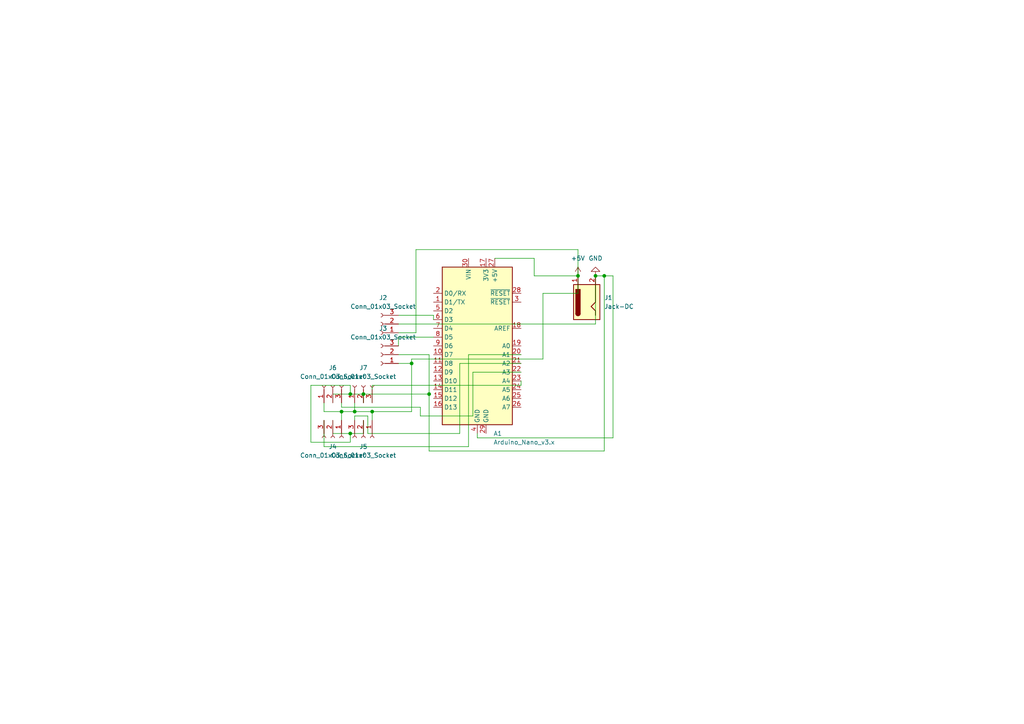
<source format=kicad_sch>
(kicad_sch
	(version 20250114)
	(generator "eeschema")
	(generator_version "9.0")
	(uuid "41f0e984-942b-4f5f-b99d-b48ea73a5c99")
	(paper "A4")
	(lib_symbols
		(symbol "Connector:Conn_01x03_Socket"
			(pin_names
				(offset 1.016)
				(hide yes)
			)
			(exclude_from_sim no)
			(in_bom yes)
			(on_board yes)
			(property "Reference" "J"
				(at 0 5.08 0)
				(effects
					(font
						(size 1.27 1.27)
					)
				)
			)
			(property "Value" "Conn_01x03_Socket"
				(at 0 -5.08 0)
				(effects
					(font
						(size 1.27 1.27)
					)
				)
			)
			(property "Footprint" ""
				(at 0 0 0)
				(effects
					(font
						(size 1.27 1.27)
					)
					(hide yes)
				)
			)
			(property "Datasheet" "~"
				(at 0 0 0)
				(effects
					(font
						(size 1.27 1.27)
					)
					(hide yes)
				)
			)
			(property "Description" "Generic connector, single row, 01x03, script generated"
				(at 0 0 0)
				(effects
					(font
						(size 1.27 1.27)
					)
					(hide yes)
				)
			)
			(property "ki_locked" ""
				(at 0 0 0)
				(effects
					(font
						(size 1.27 1.27)
					)
				)
			)
			(property "ki_keywords" "connector"
				(at 0 0 0)
				(effects
					(font
						(size 1.27 1.27)
					)
					(hide yes)
				)
			)
			(property "ki_fp_filters" "Connector*:*_1x??_*"
				(at 0 0 0)
				(effects
					(font
						(size 1.27 1.27)
					)
					(hide yes)
				)
			)
			(symbol "Conn_01x03_Socket_1_1"
				(polyline
					(pts
						(xy -1.27 2.54) (xy -0.508 2.54)
					)
					(stroke
						(width 0.1524)
						(type default)
					)
					(fill
						(type none)
					)
				)
				(polyline
					(pts
						(xy -1.27 0) (xy -0.508 0)
					)
					(stroke
						(width 0.1524)
						(type default)
					)
					(fill
						(type none)
					)
				)
				(polyline
					(pts
						(xy -1.27 -2.54) (xy -0.508 -2.54)
					)
					(stroke
						(width 0.1524)
						(type default)
					)
					(fill
						(type none)
					)
				)
				(arc
					(start 0 2.032)
					(mid -0.5058 2.54)
					(end 0 3.048)
					(stroke
						(width 0.1524)
						(type default)
					)
					(fill
						(type none)
					)
				)
				(arc
					(start 0 -0.508)
					(mid -0.5058 0)
					(end 0 0.508)
					(stroke
						(width 0.1524)
						(type default)
					)
					(fill
						(type none)
					)
				)
				(arc
					(start 0 -3.048)
					(mid -0.5058 -2.54)
					(end 0 -2.032)
					(stroke
						(width 0.1524)
						(type default)
					)
					(fill
						(type none)
					)
				)
				(pin passive line
					(at -5.08 2.54 0)
					(length 3.81)
					(name "Pin_1"
						(effects
							(font
								(size 1.27 1.27)
							)
						)
					)
					(number "1"
						(effects
							(font
								(size 1.27 1.27)
							)
						)
					)
				)
				(pin passive line
					(at -5.08 0 0)
					(length 3.81)
					(name "Pin_2"
						(effects
							(font
								(size 1.27 1.27)
							)
						)
					)
					(number "2"
						(effects
							(font
								(size 1.27 1.27)
							)
						)
					)
				)
				(pin passive line
					(at -5.08 -2.54 0)
					(length 3.81)
					(name "Pin_3"
						(effects
							(font
								(size 1.27 1.27)
							)
						)
					)
					(number "3"
						(effects
							(font
								(size 1.27 1.27)
							)
						)
					)
				)
			)
			(embedded_fonts no)
		)
		(symbol "Connector:Jack-DC"
			(pin_names
				(offset 1.016)
			)
			(exclude_from_sim no)
			(in_bom yes)
			(on_board yes)
			(property "Reference" "J"
				(at 0 5.334 0)
				(effects
					(font
						(size 1.27 1.27)
					)
				)
			)
			(property "Value" "Jack-DC"
				(at 0 -5.08 0)
				(effects
					(font
						(size 1.27 1.27)
					)
				)
			)
			(property "Footprint" ""
				(at 1.27 -1.016 0)
				(effects
					(font
						(size 1.27 1.27)
					)
					(hide yes)
				)
			)
			(property "Datasheet" "~"
				(at 1.27 -1.016 0)
				(effects
					(font
						(size 1.27 1.27)
					)
					(hide yes)
				)
			)
			(property "Description" "DC Barrel Jack"
				(at 0 0 0)
				(effects
					(font
						(size 1.27 1.27)
					)
					(hide yes)
				)
			)
			(property "ki_keywords" "DC power barrel jack connector"
				(at 0 0 0)
				(effects
					(font
						(size 1.27 1.27)
					)
					(hide yes)
				)
			)
			(property "ki_fp_filters" "BarrelJack*"
				(at 0 0 0)
				(effects
					(font
						(size 1.27 1.27)
					)
					(hide yes)
				)
			)
			(symbol "Jack-DC_0_1"
				(rectangle
					(start -5.08 3.81)
					(end 5.08 -3.81)
					(stroke
						(width 0.254)
						(type default)
					)
					(fill
						(type background)
					)
				)
				(polyline
					(pts
						(xy -3.81 -2.54) (xy -2.54 -2.54) (xy -1.27 -1.27) (xy 0 -2.54) (xy 2.54 -2.54) (xy 5.08 -2.54)
					)
					(stroke
						(width 0.254)
						(type default)
					)
					(fill
						(type none)
					)
				)
				(arc
					(start -3.302 1.905)
					(mid -3.9343 2.54)
					(end -3.302 3.175)
					(stroke
						(width 0.254)
						(type default)
					)
					(fill
						(type none)
					)
				)
				(arc
					(start -3.302 1.905)
					(mid -3.9343 2.54)
					(end -3.302 3.175)
					(stroke
						(width 0.254)
						(type default)
					)
					(fill
						(type outline)
					)
				)
				(rectangle
					(start 3.683 3.175)
					(end -3.302 1.905)
					(stroke
						(width 0.254)
						(type default)
					)
					(fill
						(type outline)
					)
				)
				(polyline
					(pts
						(xy 5.08 2.54) (xy 3.81 2.54)
					)
					(stroke
						(width 0.254)
						(type default)
					)
					(fill
						(type none)
					)
				)
			)
			(symbol "Jack-DC_1_1"
				(pin passive line
					(at 7.62 2.54 180)
					(length 2.54)
					(name "~"
						(effects
							(font
								(size 1.27 1.27)
							)
						)
					)
					(number "1"
						(effects
							(font
								(size 1.27 1.27)
							)
						)
					)
				)
				(pin passive line
					(at 7.62 -2.54 180)
					(length 2.54)
					(name "~"
						(effects
							(font
								(size 1.27 1.27)
							)
						)
					)
					(number "2"
						(effects
							(font
								(size 1.27 1.27)
							)
						)
					)
				)
			)
			(embedded_fonts no)
		)
		(symbol "MCU_Module:Arduino_Nano_v3.x"
			(exclude_from_sim no)
			(in_bom yes)
			(on_board yes)
			(property "Reference" "A"
				(at -10.16 23.495 0)
				(effects
					(font
						(size 1.27 1.27)
					)
					(justify left bottom)
				)
			)
			(property "Value" "Arduino_Nano_v3.x"
				(at 5.08 -24.13 0)
				(effects
					(font
						(size 1.27 1.27)
					)
					(justify left top)
				)
			)
			(property "Footprint" "Module:Arduino_Nano"
				(at 0 0 0)
				(effects
					(font
						(size 1.27 1.27)
						(italic yes)
					)
					(hide yes)
				)
			)
			(property "Datasheet" "http://www.mouser.com/pdfdocs/Gravitech_Arduino_Nano3_0.pdf"
				(at 0 0 0)
				(effects
					(font
						(size 1.27 1.27)
					)
					(hide yes)
				)
			)
			(property "Description" "Arduino Nano v3.x"
				(at 0 0 0)
				(effects
					(font
						(size 1.27 1.27)
					)
					(hide yes)
				)
			)
			(property "ki_keywords" "Arduino nano microcontroller module USB"
				(at 0 0 0)
				(effects
					(font
						(size 1.27 1.27)
					)
					(hide yes)
				)
			)
			(property "ki_fp_filters" "Arduino*Nano*"
				(at 0 0 0)
				(effects
					(font
						(size 1.27 1.27)
					)
					(hide yes)
				)
			)
			(symbol "Arduino_Nano_v3.x_0_1"
				(rectangle
					(start -10.16 22.86)
					(end 10.16 -22.86)
					(stroke
						(width 0.254)
						(type default)
					)
					(fill
						(type background)
					)
				)
			)
			(symbol "Arduino_Nano_v3.x_1_1"
				(pin bidirectional line
					(at -12.7 15.24 0)
					(length 2.54)
					(name "D0/RX"
						(effects
							(font
								(size 1.27 1.27)
							)
						)
					)
					(number "2"
						(effects
							(font
								(size 1.27 1.27)
							)
						)
					)
				)
				(pin bidirectional line
					(at -12.7 12.7 0)
					(length 2.54)
					(name "D1/TX"
						(effects
							(font
								(size 1.27 1.27)
							)
						)
					)
					(number "1"
						(effects
							(font
								(size 1.27 1.27)
							)
						)
					)
				)
				(pin bidirectional line
					(at -12.7 10.16 0)
					(length 2.54)
					(name "D2"
						(effects
							(font
								(size 1.27 1.27)
							)
						)
					)
					(number "5"
						(effects
							(font
								(size 1.27 1.27)
							)
						)
					)
				)
				(pin bidirectional line
					(at -12.7 7.62 0)
					(length 2.54)
					(name "D3"
						(effects
							(font
								(size 1.27 1.27)
							)
						)
					)
					(number "6"
						(effects
							(font
								(size 1.27 1.27)
							)
						)
					)
				)
				(pin bidirectional line
					(at -12.7 5.08 0)
					(length 2.54)
					(name "D4"
						(effects
							(font
								(size 1.27 1.27)
							)
						)
					)
					(number "7"
						(effects
							(font
								(size 1.27 1.27)
							)
						)
					)
				)
				(pin bidirectional line
					(at -12.7 2.54 0)
					(length 2.54)
					(name "D5"
						(effects
							(font
								(size 1.27 1.27)
							)
						)
					)
					(number "8"
						(effects
							(font
								(size 1.27 1.27)
							)
						)
					)
				)
				(pin bidirectional line
					(at -12.7 0 0)
					(length 2.54)
					(name "D6"
						(effects
							(font
								(size 1.27 1.27)
							)
						)
					)
					(number "9"
						(effects
							(font
								(size 1.27 1.27)
							)
						)
					)
				)
				(pin bidirectional line
					(at -12.7 -2.54 0)
					(length 2.54)
					(name "D7"
						(effects
							(font
								(size 1.27 1.27)
							)
						)
					)
					(number "10"
						(effects
							(font
								(size 1.27 1.27)
							)
						)
					)
				)
				(pin bidirectional line
					(at -12.7 -5.08 0)
					(length 2.54)
					(name "D8"
						(effects
							(font
								(size 1.27 1.27)
							)
						)
					)
					(number "11"
						(effects
							(font
								(size 1.27 1.27)
							)
						)
					)
				)
				(pin bidirectional line
					(at -12.7 -7.62 0)
					(length 2.54)
					(name "D9"
						(effects
							(font
								(size 1.27 1.27)
							)
						)
					)
					(number "12"
						(effects
							(font
								(size 1.27 1.27)
							)
						)
					)
				)
				(pin bidirectional line
					(at -12.7 -10.16 0)
					(length 2.54)
					(name "D10"
						(effects
							(font
								(size 1.27 1.27)
							)
						)
					)
					(number "13"
						(effects
							(font
								(size 1.27 1.27)
							)
						)
					)
				)
				(pin bidirectional line
					(at -12.7 -12.7 0)
					(length 2.54)
					(name "D11"
						(effects
							(font
								(size 1.27 1.27)
							)
						)
					)
					(number "14"
						(effects
							(font
								(size 1.27 1.27)
							)
						)
					)
				)
				(pin bidirectional line
					(at -12.7 -15.24 0)
					(length 2.54)
					(name "D12"
						(effects
							(font
								(size 1.27 1.27)
							)
						)
					)
					(number "15"
						(effects
							(font
								(size 1.27 1.27)
							)
						)
					)
				)
				(pin bidirectional line
					(at -12.7 -17.78 0)
					(length 2.54)
					(name "D13"
						(effects
							(font
								(size 1.27 1.27)
							)
						)
					)
					(number "16"
						(effects
							(font
								(size 1.27 1.27)
							)
						)
					)
				)
				(pin power_in line
					(at -2.54 25.4 270)
					(length 2.54)
					(name "VIN"
						(effects
							(font
								(size 1.27 1.27)
							)
						)
					)
					(number "30"
						(effects
							(font
								(size 1.27 1.27)
							)
						)
					)
				)
				(pin power_in line
					(at 0 -25.4 90)
					(length 2.54)
					(name "GND"
						(effects
							(font
								(size 1.27 1.27)
							)
						)
					)
					(number "4"
						(effects
							(font
								(size 1.27 1.27)
							)
						)
					)
				)
				(pin power_out line
					(at 2.54 25.4 270)
					(length 2.54)
					(name "3V3"
						(effects
							(font
								(size 1.27 1.27)
							)
						)
					)
					(number "17"
						(effects
							(font
								(size 1.27 1.27)
							)
						)
					)
				)
				(pin power_in line
					(at 2.54 -25.4 90)
					(length 2.54)
					(name "GND"
						(effects
							(font
								(size 1.27 1.27)
							)
						)
					)
					(number "29"
						(effects
							(font
								(size 1.27 1.27)
							)
						)
					)
				)
				(pin power_out line
					(at 5.08 25.4 270)
					(length 2.54)
					(name "+5V"
						(effects
							(font
								(size 1.27 1.27)
							)
						)
					)
					(number "27"
						(effects
							(font
								(size 1.27 1.27)
							)
						)
					)
				)
				(pin input line
					(at 12.7 15.24 180)
					(length 2.54)
					(name "~{RESET}"
						(effects
							(font
								(size 1.27 1.27)
							)
						)
					)
					(number "28"
						(effects
							(font
								(size 1.27 1.27)
							)
						)
					)
				)
				(pin input line
					(at 12.7 12.7 180)
					(length 2.54)
					(name "~{RESET}"
						(effects
							(font
								(size 1.27 1.27)
							)
						)
					)
					(number "3"
						(effects
							(font
								(size 1.27 1.27)
							)
						)
					)
				)
				(pin input line
					(at 12.7 5.08 180)
					(length 2.54)
					(name "AREF"
						(effects
							(font
								(size 1.27 1.27)
							)
						)
					)
					(number "18"
						(effects
							(font
								(size 1.27 1.27)
							)
						)
					)
				)
				(pin bidirectional line
					(at 12.7 0 180)
					(length 2.54)
					(name "A0"
						(effects
							(font
								(size 1.27 1.27)
							)
						)
					)
					(number "19"
						(effects
							(font
								(size 1.27 1.27)
							)
						)
					)
				)
				(pin bidirectional line
					(at 12.7 -2.54 180)
					(length 2.54)
					(name "A1"
						(effects
							(font
								(size 1.27 1.27)
							)
						)
					)
					(number "20"
						(effects
							(font
								(size 1.27 1.27)
							)
						)
					)
				)
				(pin bidirectional line
					(at 12.7 -5.08 180)
					(length 2.54)
					(name "A2"
						(effects
							(font
								(size 1.27 1.27)
							)
						)
					)
					(number "21"
						(effects
							(font
								(size 1.27 1.27)
							)
						)
					)
				)
				(pin bidirectional line
					(at 12.7 -7.62 180)
					(length 2.54)
					(name "A3"
						(effects
							(font
								(size 1.27 1.27)
							)
						)
					)
					(number "22"
						(effects
							(font
								(size 1.27 1.27)
							)
						)
					)
				)
				(pin bidirectional line
					(at 12.7 -10.16 180)
					(length 2.54)
					(name "A4"
						(effects
							(font
								(size 1.27 1.27)
							)
						)
					)
					(number "23"
						(effects
							(font
								(size 1.27 1.27)
							)
						)
					)
				)
				(pin bidirectional line
					(at 12.7 -12.7 180)
					(length 2.54)
					(name "A5"
						(effects
							(font
								(size 1.27 1.27)
							)
						)
					)
					(number "24"
						(effects
							(font
								(size 1.27 1.27)
							)
						)
					)
				)
				(pin bidirectional line
					(at 12.7 -15.24 180)
					(length 2.54)
					(name "A6"
						(effects
							(font
								(size 1.27 1.27)
							)
						)
					)
					(number "25"
						(effects
							(font
								(size 1.27 1.27)
							)
						)
					)
				)
				(pin bidirectional line
					(at 12.7 -17.78 180)
					(length 2.54)
					(name "A7"
						(effects
							(font
								(size 1.27 1.27)
							)
						)
					)
					(number "26"
						(effects
							(font
								(size 1.27 1.27)
							)
						)
					)
				)
			)
			(embedded_fonts no)
		)
		(symbol "power:+5V"
			(power)
			(pin_numbers
				(hide yes)
			)
			(pin_names
				(offset 0)
				(hide yes)
			)
			(exclude_from_sim no)
			(in_bom yes)
			(on_board yes)
			(property "Reference" "#PWR"
				(at 0 -3.81 0)
				(effects
					(font
						(size 1.27 1.27)
					)
					(hide yes)
				)
			)
			(property "Value" "+5V"
				(at 0 3.556 0)
				(effects
					(font
						(size 1.27 1.27)
					)
				)
			)
			(property "Footprint" ""
				(at 0 0 0)
				(effects
					(font
						(size 1.27 1.27)
					)
					(hide yes)
				)
			)
			(property "Datasheet" ""
				(at 0 0 0)
				(effects
					(font
						(size 1.27 1.27)
					)
					(hide yes)
				)
			)
			(property "Description" "Power symbol creates a global label with name \"+5V\""
				(at 0 0 0)
				(effects
					(font
						(size 1.27 1.27)
					)
					(hide yes)
				)
			)
			(property "ki_keywords" "global power"
				(at 0 0 0)
				(effects
					(font
						(size 1.27 1.27)
					)
					(hide yes)
				)
			)
			(symbol "+5V_0_1"
				(polyline
					(pts
						(xy -0.762 1.27) (xy 0 2.54)
					)
					(stroke
						(width 0)
						(type default)
					)
					(fill
						(type none)
					)
				)
				(polyline
					(pts
						(xy 0 2.54) (xy 0.762 1.27)
					)
					(stroke
						(width 0)
						(type default)
					)
					(fill
						(type none)
					)
				)
				(polyline
					(pts
						(xy 0 0) (xy 0 2.54)
					)
					(stroke
						(width 0)
						(type default)
					)
					(fill
						(type none)
					)
				)
			)
			(symbol "+5V_1_1"
				(pin power_in line
					(at 0 0 90)
					(length 0)
					(name "~"
						(effects
							(font
								(size 1.27 1.27)
							)
						)
					)
					(number "1"
						(effects
							(font
								(size 1.27 1.27)
							)
						)
					)
				)
			)
			(embedded_fonts no)
		)
		(symbol "power:GND"
			(power)
			(pin_numbers
				(hide yes)
			)
			(pin_names
				(offset 0)
				(hide yes)
			)
			(exclude_from_sim no)
			(in_bom yes)
			(on_board yes)
			(property "Reference" "#PWR"
				(at 0 -6.35 0)
				(effects
					(font
						(size 1.27 1.27)
					)
					(hide yes)
				)
			)
			(property "Value" "GND"
				(at 0 -3.81 0)
				(effects
					(font
						(size 1.27 1.27)
					)
				)
			)
			(property "Footprint" ""
				(at 0 0 0)
				(effects
					(font
						(size 1.27 1.27)
					)
					(hide yes)
				)
			)
			(property "Datasheet" ""
				(at 0 0 0)
				(effects
					(font
						(size 1.27 1.27)
					)
					(hide yes)
				)
			)
			(property "Description" "Power symbol creates a global label with name \"GND\" , ground"
				(at 0 0 0)
				(effects
					(font
						(size 1.27 1.27)
					)
					(hide yes)
				)
			)
			(property "ki_keywords" "global power"
				(at 0 0 0)
				(effects
					(font
						(size 1.27 1.27)
					)
					(hide yes)
				)
			)
			(symbol "GND_0_1"
				(polyline
					(pts
						(xy 0 0) (xy 0 -1.27) (xy 1.27 -1.27) (xy 0 -2.54) (xy -1.27 -1.27) (xy 0 -1.27)
					)
					(stroke
						(width 0)
						(type default)
					)
					(fill
						(type none)
					)
				)
			)
			(symbol "GND_1_1"
				(pin power_in line
					(at 0 0 270)
					(length 0)
					(name "~"
						(effects
							(font
								(size 1.27 1.27)
							)
						)
					)
					(number "1"
						(effects
							(font
								(size 1.27 1.27)
							)
						)
					)
				)
			)
			(embedded_fonts no)
		)
	)
	(junction
		(at 107.95 119.38)
		(diameter 0)
		(color 0 0 0 0)
		(uuid "1cb5e476-7855-4c6d-9bcb-e0240384bce5")
	)
	(junction
		(at 105.41 114.3)
		(diameter 0)
		(color 0 0 0 0)
		(uuid "4d2ed613-7d6f-47f3-b964-064c2443005e")
	)
	(junction
		(at 99.06 119.38)
		(diameter 0)
		(color 0 0 0 0)
		(uuid "5c0e64c6-559a-451d-872b-42ece453d6c3")
	)
	(junction
		(at 172.72 80.01)
		(diameter 0)
		(color 0 0 0 0)
		(uuid "5f98db69-c65c-47ae-8e9c-f2357d651435")
	)
	(junction
		(at 175.26 80.01)
		(diameter 0)
		(color 0 0 0 0)
		(uuid "b9ff1b8e-f3f2-4884-80e2-ea0999ddeaa1")
	)
	(junction
		(at 167.64 80.01)
		(diameter 0)
		(color 0 0 0 0)
		(uuid "bd57c210-8cc3-4c9c-bbb0-f9f89982f6be")
	)
	(junction
		(at 101.6 125.73)
		(diameter 0)
		(color 0 0 0 0)
		(uuid "c6ce0f83-e2eb-4123-9504-de981500edbe")
	)
	(junction
		(at 101.6 114.3)
		(diameter 0)
		(color 0 0 0 0)
		(uuid "c95d48e1-51e4-4bab-afbd-74dbcebf4b17")
	)
	(junction
		(at 124.46 114.3)
		(diameter 0)
		(color 0 0 0 0)
		(uuid "c96f3d2e-e5b8-4bdf-8f31-63537efc04dd")
	)
	(junction
		(at 119.38 105.41)
		(diameter 0)
		(color 0 0 0 0)
		(uuid "c992057c-5be7-4d8a-96a7-4b417673908f")
	)
	(junction
		(at 102.87 119.38)
		(diameter 0)
		(color 0 0 0 0)
		(uuid "e8523b6d-3c8e-4a55-8825-4d0f6d9d49c1")
	)
	(wire
		(pts
			(xy 101.6 125.73) (xy 105.41 125.73)
		)
		(stroke
			(width 0)
			(type default)
		)
		(uuid "03b51b78-c97c-44e2-9c5f-ee0e050455db")
	)
	(wire
		(pts
			(xy 135.89 102.87) (xy 135.89 129.54)
		)
		(stroke
			(width 0)
			(type default)
		)
		(uuid "07cc3a70-b24f-425c-b47c-051145400961")
	)
	(wire
		(pts
			(xy 167.64 85.09) (xy 157.48 85.09)
		)
		(stroke
			(width 0)
			(type default)
		)
		(uuid "0fb97701-c2d7-4abc-ac2f-fc258bb04d3a")
	)
	(wire
		(pts
			(xy 96.52 121.92) (xy 96.52 125.73)
		)
		(stroke
			(width 0)
			(type default)
		)
		(uuid "117ffce9-f57e-47ed-8849-8144eb2ae83a")
	)
	(wire
		(pts
			(xy 119.38 104.14) (xy 119.38 105.41)
		)
		(stroke
			(width 0)
			(type default)
		)
		(uuid "13c58cb9-b767-4ede-ae3f-41cc8fa8d87b")
	)
	(wire
		(pts
			(xy 175.26 130.81) (xy 175.26 80.01)
		)
		(stroke
			(width 0)
			(type default)
		)
		(uuid "166c8b54-2d79-404b-a1c6-174e987d86c2")
	)
	(wire
		(pts
			(xy 120.65 72.39) (xy 120.65 96.52)
		)
		(stroke
			(width 0)
			(type default)
		)
		(uuid "1970fcd4-a840-4da9-b50f-b745ff1b6d0f")
	)
	(wire
		(pts
			(xy 177.8 80.01) (xy 177.8 127)
		)
		(stroke
			(width 0)
			(type default)
		)
		(uuid "1f63b0f6-658e-46fd-b554-5980a8cefbfc")
	)
	(wire
		(pts
			(xy 93.98 129.54) (xy 93.98 121.92)
		)
		(stroke
			(width 0)
			(type default)
		)
		(uuid "2332b99e-8e90-4ea9-9efc-80f799d57675")
	)
	(wire
		(pts
			(xy 167.64 72.39) (xy 120.65 72.39)
		)
		(stroke
			(width 0)
			(type default)
		)
		(uuid "2b584806-5a50-4066-a286-31d28c939e2d")
	)
	(wire
		(pts
			(xy 102.87 119.38) (xy 99.06 119.38)
		)
		(stroke
			(width 0)
			(type default)
		)
		(uuid "2d9796e8-cf34-4eb9-a08b-a37b1298d5f5")
	)
	(wire
		(pts
			(xy 106.68 125.73) (xy 106.68 120.65)
		)
		(stroke
			(width 0)
			(type default)
		)
		(uuid "2e2cb319-dbbe-4d3b-a1c5-a1071cd4fee5")
	)
	(wire
		(pts
			(xy 151.13 105.41) (xy 133.35 105.41)
		)
		(stroke
			(width 0)
			(type default)
		)
		(uuid "3095009e-2e0c-4c2d-8786-574b315dd67d")
	)
	(wire
		(pts
			(xy 133.35 125.73) (xy 106.68 125.73)
		)
		(stroke
			(width 0)
			(type default)
		)
		(uuid "30dac3e7-2257-4d03-905b-13c5425fadd2")
	)
	(wire
		(pts
			(xy 120.65 96.52) (xy 115.57 96.52)
		)
		(stroke
			(width 0)
			(type default)
		)
		(uuid "33995fef-4cab-46d8-b475-f753115e52a2")
	)
	(wire
		(pts
			(xy 167.64 80.01) (xy 167.64 72.39)
		)
		(stroke
			(width 0)
			(type default)
		)
		(uuid "350cfa9c-383d-4cbc-9a8d-3c59e9d2c9c2")
	)
	(wire
		(pts
			(xy 107.95 119.38) (xy 107.95 121.92)
		)
		(stroke
			(width 0)
			(type default)
		)
		(uuid "429ffe89-72e4-4ed3-b412-965cfeb4ca7a")
	)
	(wire
		(pts
			(xy 115.57 102.87) (xy 124.46 102.87)
		)
		(stroke
			(width 0)
			(type default)
		)
		(uuid "490eed73-dfd2-4352-ae2c-c52f2b7b0635")
	)
	(wire
		(pts
			(xy 167.64 80.01) (xy 154.94 80.01)
		)
		(stroke
			(width 0)
			(type default)
		)
		(uuid "5172d9b8-0639-4d1f-9c7b-75fc84c63e4c")
	)
	(wire
		(pts
			(xy 107.95 111.76) (xy 107.95 116.84)
		)
		(stroke
			(width 0)
			(type default)
		)
		(uuid "5a1354b1-36ce-4c29-92c0-037e23798c0e")
	)
	(wire
		(pts
			(xy 175.26 80.01) (xy 177.8 80.01)
		)
		(stroke
			(width 0)
			(type default)
		)
		(uuid "6035a188-e61c-4fff-8f8d-8472bb97efd2")
	)
	(wire
		(pts
			(xy 106.68 120.65) (xy 102.87 120.65)
		)
		(stroke
			(width 0)
			(type default)
		)
		(uuid "642933b3-181e-4b0b-ba1f-db10a87ef52e")
	)
	(wire
		(pts
			(xy 119.38 105.41) (xy 119.38 119.38)
		)
		(stroke
			(width 0)
			(type default)
		)
		(uuid "67324631-c6a8-4969-9399-7e289e758049")
	)
	(wire
		(pts
			(xy 151.13 110.49) (xy 151.13 111.76)
		)
		(stroke
			(width 0)
			(type default)
		)
		(uuid "683f8d5c-0a40-4f7c-a267-1bb126c46cbe")
	)
	(wire
		(pts
			(xy 125.73 92.71) (xy 125.73 91.44)
		)
		(stroke
			(width 0)
			(type default)
		)
		(uuid "68b61468-d7e0-468c-b851-ef7f39cb710c")
	)
	(wire
		(pts
			(xy 135.89 129.54) (xy 93.98 129.54)
		)
		(stroke
			(width 0)
			(type default)
		)
		(uuid "70123dc7-cd53-430f-a9bf-3b5944abfaa3")
	)
	(wire
		(pts
			(xy 105.41 114.3) (xy 124.46 114.3)
		)
		(stroke
			(width 0)
			(type default)
		)
		(uuid "783e14ff-42c4-4b03-88ed-c57089cad3c1")
	)
	(wire
		(pts
			(xy 124.46 130.81) (xy 175.26 130.81)
		)
		(stroke
			(width 0)
			(type default)
		)
		(uuid "78625931-8bfd-4ae2-ad11-f898da93d029")
	)
	(wire
		(pts
			(xy 124.46 114.3) (xy 124.46 130.81)
		)
		(stroke
			(width 0)
			(type default)
		)
		(uuid "7c20385a-d779-4e12-8a8b-854fe6f90727")
	)
	(wire
		(pts
			(xy 105.41 125.73) (xy 105.41 121.92)
		)
		(stroke
			(width 0)
			(type default)
		)
		(uuid "7e18ed9f-bca6-424b-b347-78028c63685f")
	)
	(wire
		(pts
			(xy 90.17 111.76) (xy 90.17 128.27)
		)
		(stroke
			(width 0)
			(type default)
		)
		(uuid "888796c2-da32-46fe-be46-c9d678ccd62d")
	)
	(wire
		(pts
			(xy 172.72 93.98) (xy 115.57 93.98)
		)
		(stroke
			(width 0)
			(type default)
		)
		(uuid "9a7d0dc9-59ed-465a-98cf-e74b9f6590c8")
	)
	(wire
		(pts
			(xy 115.57 97.79) (xy 115.57 100.33)
		)
		(stroke
			(width 0)
			(type default)
		)
		(uuid "9ccb8897-170f-401a-ae4a-71fd14b746a8")
	)
	(wire
		(pts
			(xy 101.6 128.27) (xy 101.6 125.73)
		)
		(stroke
			(width 0)
			(type default)
		)
		(uuid "9e01451b-90ac-4414-bb09-0008a9e19cdb")
	)
	(wire
		(pts
			(xy 124.46 102.87) (xy 124.46 114.3)
		)
		(stroke
			(width 0)
			(type default)
		)
		(uuid "9ec32516-3102-4b98-86f1-c685ef46ce52")
	)
	(wire
		(pts
			(xy 101.6 114.3) (xy 101.6 111.76)
		)
		(stroke
			(width 0)
			(type default)
		)
		(uuid "9fd45452-9171-4298-932e-194c47531c79")
	)
	(wire
		(pts
			(xy 119.38 105.41) (xy 115.57 105.41)
		)
		(stroke
			(width 0)
			(type default)
		)
		(uuid "a052b380-00c2-43b7-b6e3-fbfa05a7e774")
	)
	(wire
		(pts
			(xy 125.73 97.79) (xy 115.57 97.79)
		)
		(stroke
			(width 0)
			(type default)
		)
		(uuid "adaa2040-63d2-4ebf-beda-2abf8a2fbc21")
	)
	(wire
		(pts
			(xy 151.13 102.87) (xy 135.89 102.87)
		)
		(stroke
			(width 0)
			(type default)
		)
		(uuid "ae6dd067-660c-46f1-87fb-b37ca61e1fc1")
	)
	(wire
		(pts
			(xy 121.92 120.65) (xy 137.16 120.65)
		)
		(stroke
			(width 0)
			(type default)
		)
		(uuid "b07844d0-fa73-4539-807f-49c0ca81aa64")
	)
	(wire
		(pts
			(xy 102.87 116.84) (xy 102.87 119.38)
		)
		(stroke
			(width 0)
			(type default)
		)
		(uuid "b30bf53a-a671-4259-b58f-95f0f4ef3fc5")
	)
	(wire
		(pts
			(xy 105.41 114.3) (xy 105.41 116.84)
		)
		(stroke
			(width 0)
			(type default)
		)
		(uuid "b74828ca-7409-4358-9a4b-9dfe624f7fe2")
	)
	(wire
		(pts
			(xy 151.13 107.95) (xy 137.16 107.95)
		)
		(stroke
			(width 0)
			(type default)
		)
		(uuid "b9a8553f-4fdf-4570-80dd-f8dbdef59969")
	)
	(wire
		(pts
			(xy 138.43 125.73) (xy 138.43 127)
		)
		(stroke
			(width 0)
			(type default)
		)
		(uuid "bbceff60-54e6-472d-b406-0e305b774783")
	)
	(wire
		(pts
			(xy 121.92 118.11) (xy 121.92 120.65)
		)
		(stroke
			(width 0)
			(type default)
		)
		(uuid "c1ceef3a-4f65-457a-8203-abeca1f3cada")
	)
	(wire
		(pts
			(xy 151.13 111.76) (xy 107.95 111.76)
		)
		(stroke
			(width 0)
			(type default)
		)
		(uuid "c2571858-33ea-40cb-889b-317e64816bcf")
	)
	(wire
		(pts
			(xy 119.38 119.38) (xy 107.95 119.38)
		)
		(stroke
			(width 0)
			(type default)
		)
		(uuid "c28945f2-f06f-462a-b998-c746e795c02e")
	)
	(wire
		(pts
			(xy 167.64 80.01) (xy 167.64 85.09)
		)
		(stroke
			(width 0)
			(type default)
		)
		(uuid "c3332a98-94a9-4885-8f20-5918ca1af520")
	)
	(wire
		(pts
			(xy 172.72 80.01) (xy 175.26 80.01)
		)
		(stroke
			(width 0)
			(type default)
		)
		(uuid "c363e1c0-d8f1-40cf-af9f-233c7cda4b87")
	)
	(wire
		(pts
			(xy 172.72 80.01) (xy 172.72 93.98)
		)
		(stroke
			(width 0)
			(type default)
		)
		(uuid "c838fe83-dfc2-4454-8dfb-d66e813eb9c6")
	)
	(wire
		(pts
			(xy 154.94 80.01) (xy 154.94 74.93)
		)
		(stroke
			(width 0)
			(type default)
		)
		(uuid "cc1a4b48-cbc2-4b2e-b7fc-faf174c2ca99")
	)
	(wire
		(pts
			(xy 107.95 119.38) (xy 102.87 119.38)
		)
		(stroke
			(width 0)
			(type default)
		)
		(uuid "cd9589aa-3c97-4022-b583-97bccb2cfab6")
	)
	(wire
		(pts
			(xy 133.35 105.41) (xy 133.35 125.73)
		)
		(stroke
			(width 0)
			(type default)
		)
		(uuid "d4138c58-cd56-4db3-b35b-dca080faeedd")
	)
	(wire
		(pts
			(xy 99.06 119.38) (xy 93.98 119.38)
		)
		(stroke
			(width 0)
			(type default)
		)
		(uuid "d9845c70-f377-4196-a0df-d7ca64be3987")
	)
	(wire
		(pts
			(xy 157.48 104.14) (xy 119.38 104.14)
		)
		(stroke
			(width 0)
			(type default)
		)
		(uuid "da6b5e52-c1f5-4c91-978d-4f321b056867")
	)
	(wire
		(pts
			(xy 154.94 74.93) (xy 143.51 74.93)
		)
		(stroke
			(width 0)
			(type default)
		)
		(uuid "dc66ce0c-3878-40fe-a730-bffa97ecbe55")
	)
	(wire
		(pts
			(xy 99.06 118.11) (xy 99.06 116.84)
		)
		(stroke
			(width 0)
			(type default)
		)
		(uuid "dd27e1a2-de64-40ce-8c53-26e6c2661e96")
	)
	(wire
		(pts
			(xy 125.73 91.44) (xy 115.57 91.44)
		)
		(stroke
			(width 0)
			(type default)
		)
		(uuid "ddeaa0c1-b18b-44e1-9d13-f6dc43f23968")
	)
	(wire
		(pts
			(xy 137.16 107.95) (xy 137.16 120.65)
		)
		(stroke
			(width 0)
			(type default)
		)
		(uuid "de3c5daf-b980-43dd-9f78-6021b68bc591")
	)
	(wire
		(pts
			(xy 101.6 111.76) (xy 90.17 111.76)
		)
		(stroke
			(width 0)
			(type default)
		)
		(uuid "e0559f16-53dc-42c1-b07f-bb3d52c95564")
	)
	(wire
		(pts
			(xy 96.52 125.73) (xy 101.6 125.73)
		)
		(stroke
			(width 0)
			(type default)
		)
		(uuid "e10ab64b-23c9-419d-b0df-1803a2d68bec")
	)
	(wire
		(pts
			(xy 93.98 116.84) (xy 93.98 119.38)
		)
		(stroke
			(width 0)
			(type default)
		)
		(uuid "e1a8f57b-e081-43bd-bdc5-b4ad9d839e16")
	)
	(wire
		(pts
			(xy 99.06 118.11) (xy 121.92 118.11)
		)
		(stroke
			(width 0)
			(type default)
		)
		(uuid "e8e075ac-bfca-48e6-b2f9-ccaa134665cd")
	)
	(wire
		(pts
			(xy 177.8 127) (xy 138.43 127)
		)
		(stroke
			(width 0)
			(type default)
		)
		(uuid "ea0a6e71-3664-4882-8f49-d33aa4b3fdfe")
	)
	(wire
		(pts
			(xy 96.52 116.84) (xy 96.52 114.3)
		)
		(stroke
			(width 0)
			(type default)
		)
		(uuid "ee025fe5-d66e-40b0-9a57-b5f24355600f")
	)
	(wire
		(pts
			(xy 157.48 85.09) (xy 157.48 104.14)
		)
		(stroke
			(width 0)
			(type default)
		)
		(uuid "f1e819bd-61de-4748-8d44-f3fe42b81053")
	)
	(wire
		(pts
			(xy 101.6 114.3) (xy 105.41 114.3)
		)
		(stroke
			(width 0)
			(type default)
		)
		(uuid "f365e5a6-0f08-4860-aedd-562a61f3e796")
	)
	(wire
		(pts
			(xy 99.06 119.38) (xy 99.06 121.92)
		)
		(stroke
			(width 0)
			(type default)
		)
		(uuid "f3d8ea4a-8e54-4209-92a7-bb792b176694")
	)
	(wire
		(pts
			(xy 90.17 128.27) (xy 101.6 128.27)
		)
		(stroke
			(width 0)
			(type default)
		)
		(uuid "f47333c4-df1b-4761-8b23-e76bb1e00b3b")
	)
	(wire
		(pts
			(xy 96.52 114.3) (xy 101.6 114.3)
		)
		(stroke
			(width 0)
			(type default)
		)
		(uuid "fd70c537-58f2-4b50-87d1-0dfcf281e0cd")
	)
	(wire
		(pts
			(xy 102.87 120.65) (xy 102.87 121.92)
		)
		(stroke
			(width 0)
			(type default)
		)
		(uuid "fdc8e599-871a-4ac9-9bfd-b1f53cb2b179")
	)
	(symbol
		(lib_id "Connector:Conn_01x03_Socket")
		(at 105.41 127 270)
		(unit 1)
		(exclude_from_sim no)
		(in_bom yes)
		(on_board yes)
		(dnp no)
		(fields_autoplaced yes)
		(uuid "183f5c2b-74aa-48c8-ad11-42db2be504f4")
		(property "Reference" "J5"
			(at 105.41 129.54 90)
			(effects
				(font
					(size 1.27 1.27)
				)
			)
		)
		(property "Value" "Conn_01x03_Socket"
			(at 105.41 132.08 90)
			(effects
				(font
					(size 1.27 1.27)
				)
			)
		)
		(property "Footprint" ""
			(at 105.41 127 0)
			(effects
				(font
					(size 1.27 1.27)
				)
				(hide yes)
			)
		)
		(property "Datasheet" "~"
			(at 105.41 127 0)
			(effects
				(font
					(size 1.27 1.27)
				)
				(hide yes)
			)
		)
		(property "Description" "Generic connector, single row, 01x03, script generated"
			(at 105.41 127 0)
			(effects
				(font
					(size 1.27 1.27)
				)
				(hide yes)
			)
		)
		(pin "2"
			(uuid "e2b56aa0-a2e1-44b3-9bb2-c2d0e6bf366e")
		)
		(pin "3"
			(uuid "6b9e88e7-0fce-49c9-9132-c5e5959a892b")
		)
		(pin "1"
			(uuid "7e34264e-8d7b-430e-8405-72de601418fd")
		)
		(instances
			(project "CIWS_main"
				(path "/41f0e984-942b-4f5f-b99d-b48ea73a5c99"
					(reference "J5")
					(unit 1)
				)
			)
		)
	)
	(symbol
		(lib_id "Connector:Conn_01x03_Socket")
		(at 105.41 111.76 90)
		(unit 1)
		(exclude_from_sim no)
		(in_bom yes)
		(on_board yes)
		(dnp no)
		(fields_autoplaced yes)
		(uuid "591ab962-f5f5-4c76-a1b4-4fcd5c002fce")
		(property "Reference" "J7"
			(at 105.41 106.68 90)
			(effects
				(font
					(size 1.27 1.27)
				)
			)
		)
		(property "Value" "Conn_01x03_Socket"
			(at 105.41 109.22 90)
			(effects
				(font
					(size 1.27 1.27)
				)
			)
		)
		(property "Footprint" ""
			(at 105.41 111.76 0)
			(effects
				(font
					(size 1.27 1.27)
				)
				(hide yes)
			)
		)
		(property "Datasheet" "~"
			(at 105.41 111.76 0)
			(effects
				(font
					(size 1.27 1.27)
				)
				(hide yes)
			)
		)
		(property "Description" "Generic connector, single row, 01x03, script generated"
			(at 105.41 111.76 0)
			(effects
				(font
					(size 1.27 1.27)
				)
				(hide yes)
			)
		)
		(pin "2"
			(uuid "41fc9433-6c9d-4358-826b-9918c0168ecf")
		)
		(pin "3"
			(uuid "27e2e539-f812-44bc-a4d8-c901deee5720")
		)
		(pin "1"
			(uuid "da9b882f-ee84-46f1-ada5-cc399910a7a2")
		)
		(instances
			(project "CIWS_main"
				(path "/41f0e984-942b-4f5f-b99d-b48ea73a5c99"
					(reference "J7")
					(unit 1)
				)
			)
		)
	)
	(symbol
		(lib_id "Connector:Conn_01x03_Socket")
		(at 96.52 127 270)
		(unit 1)
		(exclude_from_sim no)
		(in_bom yes)
		(on_board yes)
		(dnp no)
		(fields_autoplaced yes)
		(uuid "6673a788-9277-4b2a-8b4c-856934d410ef")
		(property "Reference" "J4"
			(at 96.52 129.54 90)
			(effects
				(font
					(size 1.27 1.27)
				)
			)
		)
		(property "Value" "Conn_01x03_Socket"
			(at 96.52 132.08 90)
			(effects
				(font
					(size 1.27 1.27)
				)
			)
		)
		(property "Footprint" ""
			(at 96.52 127 0)
			(effects
				(font
					(size 1.27 1.27)
				)
				(hide yes)
			)
		)
		(property "Datasheet" "~"
			(at 96.52 127 0)
			(effects
				(font
					(size 1.27 1.27)
				)
				(hide yes)
			)
		)
		(property "Description" "Generic connector, single row, 01x03, script generated"
			(at 96.52 127 0)
			(effects
				(font
					(size 1.27 1.27)
				)
				(hide yes)
			)
		)
		(pin "2"
			(uuid "6096636f-efff-43fb-985d-4cc77740b68e")
		)
		(pin "3"
			(uuid "49714c7e-5551-4ecd-bb33-58134194f4e7")
		)
		(pin "1"
			(uuid "2ae40d0b-d3bb-4b11-8435-33dfefeb87d1")
		)
		(instances
			(project "CIWS_main"
				(path "/41f0e984-942b-4f5f-b99d-b48ea73a5c99"
					(reference "J4")
					(unit 1)
				)
			)
		)
	)
	(symbol
		(lib_id "Connector:Conn_01x03_Socket")
		(at 96.52 111.76 90)
		(unit 1)
		(exclude_from_sim no)
		(in_bom yes)
		(on_board yes)
		(dnp no)
		(fields_autoplaced yes)
		(uuid "680725ea-d0d4-4384-9ad7-159b812f6a37")
		(property "Reference" "J6"
			(at 96.52 106.68 90)
			(effects
				(font
					(size 1.27 1.27)
				)
			)
		)
		(property "Value" "Conn_01x03_Socket"
			(at 96.52 109.22 90)
			(effects
				(font
					(size 1.27 1.27)
				)
			)
		)
		(property "Footprint" ""
			(at 96.52 111.76 0)
			(effects
				(font
					(size 1.27 1.27)
				)
				(hide yes)
			)
		)
		(property "Datasheet" "~"
			(at 96.52 111.76 0)
			(effects
				(font
					(size 1.27 1.27)
				)
				(hide yes)
			)
		)
		(property "Description" "Generic connector, single row, 01x03, script generated"
			(at 96.52 111.76 0)
			(effects
				(font
					(size 1.27 1.27)
				)
				(hide yes)
			)
		)
		(pin "2"
			(uuid "36fbef72-20c5-4072-b4d3-fe8fa8eb833c")
		)
		(pin "3"
			(uuid "264251ee-1fd4-4a5a-b9de-dbe483cc7766")
		)
		(pin "1"
			(uuid "984d2c2f-cc39-4b48-b324-a895ee11df82")
		)
		(instances
			(project "CIWS_main"
				(path "/41f0e984-942b-4f5f-b99d-b48ea73a5c99"
					(reference "J6")
					(unit 1)
				)
			)
		)
	)
	(symbol
		(lib_id "power:GND")
		(at 172.72 80.01 180)
		(unit 1)
		(exclude_from_sim no)
		(in_bom yes)
		(on_board yes)
		(dnp no)
		(fields_autoplaced yes)
		(uuid "743845dc-c885-46a0-a151-844f348d7a6e")
		(property "Reference" "#PWR02"
			(at 172.72 73.66 0)
			(effects
				(font
					(size 1.27 1.27)
				)
				(hide yes)
			)
		)
		(property "Value" "GND"
			(at 172.72 74.93 0)
			(effects
				(font
					(size 1.27 1.27)
				)
			)
		)
		(property "Footprint" ""
			(at 172.72 80.01 0)
			(effects
				(font
					(size 1.27 1.27)
				)
				(hide yes)
			)
		)
		(property "Datasheet" ""
			(at 172.72 80.01 0)
			(effects
				(font
					(size 1.27 1.27)
				)
				(hide yes)
			)
		)
		(property "Description" "Power symbol creates a global label with name \"GND\" , ground"
			(at 172.72 80.01 0)
			(effects
				(font
					(size 1.27 1.27)
				)
				(hide yes)
			)
		)
		(pin "1"
			(uuid "179457b8-0c41-4ece-a06b-d3e22e9fb87c")
		)
		(instances
			(project ""
				(path "/41f0e984-942b-4f5f-b99d-b48ea73a5c99"
					(reference "#PWR02")
					(unit 1)
				)
			)
		)
	)
	(symbol
		(lib_id "power:+5V")
		(at 167.64 80.01 0)
		(unit 1)
		(exclude_from_sim no)
		(in_bom yes)
		(on_board yes)
		(dnp no)
		(fields_autoplaced yes)
		(uuid "8dd3e3a6-497b-4968-985e-c634a282aa4b")
		(property "Reference" "#PWR01"
			(at 167.64 83.82 0)
			(effects
				(font
					(size 1.27 1.27)
				)
				(hide yes)
			)
		)
		(property "Value" "+5V"
			(at 167.64 74.93 0)
			(effects
				(font
					(size 1.27 1.27)
				)
			)
		)
		(property "Footprint" ""
			(at 167.64 80.01 0)
			(effects
				(font
					(size 1.27 1.27)
				)
				(hide yes)
			)
		)
		(property "Datasheet" ""
			(at 167.64 80.01 0)
			(effects
				(font
					(size 1.27 1.27)
				)
				(hide yes)
			)
		)
		(property "Description" "Power symbol creates a global label with name \"+5V\""
			(at 167.64 80.01 0)
			(effects
				(font
					(size 1.27 1.27)
				)
				(hide yes)
			)
		)
		(pin "1"
			(uuid "63e6bbc1-4614-4e5b-8a60-b0faf00379d5")
		)
		(instances
			(project ""
				(path "/41f0e984-942b-4f5f-b99d-b48ea73a5c99"
					(reference "#PWR01")
					(unit 1)
				)
			)
		)
	)
	(symbol
		(lib_id "Connector:Jack-DC")
		(at 170.18 87.63 90)
		(unit 1)
		(exclude_from_sim no)
		(in_bom yes)
		(on_board yes)
		(dnp no)
		(fields_autoplaced yes)
		(uuid "acc86cf5-1e47-4309-a5c2-07c599f08b31")
		(property "Reference" "J1"
			(at 175.26 86.3599 90)
			(effects
				(font
					(size 1.27 1.27)
				)
				(justify right)
			)
		)
		(property "Value" "Jack-DC"
			(at 175.26 88.8999 90)
			(effects
				(font
					(size 1.27 1.27)
				)
				(justify right)
			)
		)
		(property "Footprint" ""
			(at 171.196 86.36 0)
			(effects
				(font
					(size 1.27 1.27)
				)
				(hide yes)
			)
		)
		(property "Datasheet" "~"
			(at 171.196 86.36 0)
			(effects
				(font
					(size 1.27 1.27)
				)
				(hide yes)
			)
		)
		(property "Description" "DC Barrel Jack"
			(at 170.18 87.63 0)
			(effects
				(font
					(size 1.27 1.27)
				)
				(hide yes)
			)
		)
		(pin "1"
			(uuid "1e51269d-775a-410e-915c-948ea3bd3409")
		)
		(pin "2"
			(uuid "1a5fa7b9-3f80-4ef6-b7b7-dca421219621")
		)
		(instances
			(project ""
				(path "/41f0e984-942b-4f5f-b99d-b48ea73a5c99"
					(reference "J1")
					(unit 1)
				)
			)
		)
	)
	(symbol
		(lib_id "MCU_Module:Arduino_Nano_v3.x")
		(at 138.43 100.33 0)
		(unit 1)
		(exclude_from_sim no)
		(in_bom yes)
		(on_board yes)
		(dnp no)
		(fields_autoplaced yes)
		(uuid "b283f4cc-d2ae-406f-a845-df9be9ced580")
		(property "Reference" "A1"
			(at 143.1133 125.73 0)
			(effects
				(font
					(size 1.27 1.27)
				)
				(justify left)
			)
		)
		(property "Value" "Arduino_Nano_v3.x"
			(at 143.1133 128.27 0)
			(effects
				(font
					(size 1.27 1.27)
				)
				(justify left)
			)
		)
		(property "Footprint" "Module:Arduino_Nano"
			(at 138.43 100.33 0)
			(effects
				(font
					(size 1.27 1.27)
					(italic yes)
				)
				(hide yes)
			)
		)
		(property "Datasheet" "http://www.mouser.com/pdfdocs/Gravitech_Arduino_Nano3_0.pdf"
			(at 138.43 100.33 0)
			(effects
				(font
					(size 1.27 1.27)
				)
				(hide yes)
			)
		)
		(property "Description" "Arduino Nano v3.x"
			(at 138.43 100.33 0)
			(effects
				(font
					(size 1.27 1.27)
				)
				(hide yes)
			)
		)
		(pin "16"
			(uuid "4610102e-e888-4179-89f7-0b08a6292a58")
		)
		(pin "29"
			(uuid "e32cb9e8-f5eb-49a6-b1c3-731d179ef946")
		)
		(pin "12"
			(uuid "045d73ff-9bbb-4067-96c9-f8ff7a9bcf10")
		)
		(pin "10"
			(uuid "09715dfb-f5f7-463a-a155-bfc02690abe3")
		)
		(pin "14"
			(uuid "9ab655e2-0af5-4574-a777-fb4e929d5401")
		)
		(pin "9"
			(uuid "152af4d5-fe99-4494-a479-a8d9f127377c")
		)
		(pin "5"
			(uuid "c7bf3950-d01f-45d6-92a1-7db9450239a8")
		)
		(pin "7"
			(uuid "4b507268-53bb-4dfb-8f67-0a64b68ffa22")
		)
		(pin "11"
			(uuid "a6e33b10-55ed-4bcb-80c5-1d115a5db4ed")
		)
		(pin "13"
			(uuid "5658b3c2-9e40-4e4f-9312-60a29fce1139")
		)
		(pin "6"
			(uuid "3338849e-e3a0-4d9c-b1b1-bf6c374ec44b")
		)
		(pin "15"
			(uuid "806cebb5-c87d-43ba-a97c-a10813b9731a")
		)
		(pin "1"
			(uuid "d47434fb-5d20-4d8e-97da-2c6470870788")
		)
		(pin "17"
			(uuid "49fafc50-c1a5-462f-a12b-b3ed239ef7d5")
		)
		(pin "2"
			(uuid "84b62eaa-2018-4e32-826f-e42a85e9b60c")
		)
		(pin "27"
			(uuid "7abd3566-9f27-4f5a-8265-fe3314abaa47")
		)
		(pin "28"
			(uuid "b63407eb-9c5d-4967-9bfb-11582d2d4091")
		)
		(pin "8"
			(uuid "661ce446-4632-416c-add5-6a6036d265d2")
		)
		(pin "30"
			(uuid "775ef11f-e14d-47c0-9c88-8f9d7b03409f")
		)
		(pin "4"
			(uuid "7e1b5a63-8e4f-4061-b365-a1915314ab08")
		)
		(pin "3"
			(uuid "6c069347-d6d5-4e4c-995d-8e4cbe155d4d")
		)
		(pin "18"
			(uuid "50fccb43-d45a-4f4b-bfd8-fe57b3ee1d81")
		)
		(pin "19"
			(uuid "434b9ff6-5a68-4835-b808-fb642e1b209f")
		)
		(pin "20"
			(uuid "f200d028-fa6a-4813-92d9-4da6d5ba4e2b")
		)
		(pin "21"
			(uuid "86c7db84-3088-4e22-93f1-421bc4bc122d")
		)
		(pin "22"
			(uuid "49f7b70f-628f-4d32-8ed1-bf3d96703d79")
		)
		(pin "26"
			(uuid "a014c324-c41b-4ebb-b795-dd391069487c")
		)
		(pin "23"
			(uuid "a7731918-fe5b-4a0b-87e0-b75b94a15b45")
		)
		(pin "25"
			(uuid "6e883061-a7e7-4b5a-b332-77050ac2eff6")
		)
		(pin "24"
			(uuid "a4e1a405-4000-452d-8ee2-0b2ef6326f4f")
		)
		(instances
			(project ""
				(path "/41f0e984-942b-4f5f-b99d-b48ea73a5c99"
					(reference "A1")
					(unit 1)
				)
			)
		)
	)
	(symbol
		(lib_id "Connector:Conn_01x03_Socket")
		(at 110.49 93.98 180)
		(unit 1)
		(exclude_from_sim no)
		(in_bom yes)
		(on_board yes)
		(dnp no)
		(fields_autoplaced yes)
		(uuid "c57d0934-dd27-43e7-891c-fb626e3b32b7")
		(property "Reference" "J2"
			(at 111.125 86.36 0)
			(effects
				(font
					(size 1.27 1.27)
				)
			)
		)
		(property "Value" "Conn_01x03_Socket"
			(at 111.125 88.9 0)
			(effects
				(font
					(size 1.27 1.27)
				)
			)
		)
		(property "Footprint" ""
			(at 110.49 93.98 0)
			(effects
				(font
					(size 1.27 1.27)
				)
				(hide yes)
			)
		)
		(property "Datasheet" "~"
			(at 110.49 93.98 0)
			(effects
				(font
					(size 1.27 1.27)
				)
				(hide yes)
			)
		)
		(property "Description" "Generic connector, single row, 01x03, script generated"
			(at 110.49 93.98 0)
			(effects
				(font
					(size 1.27 1.27)
				)
				(hide yes)
			)
		)
		(pin "2"
			(uuid "29661272-5926-4f5e-a6f3-a50ce3776d1d")
		)
		(pin "1"
			(uuid "39b23bc5-834c-42b3-9f3b-e35bea356ccf")
		)
		(pin "3"
			(uuid "162745dc-e369-43b9-9a76-ff05d76a2cf6")
		)
		(instances
			(project ""
				(path "/41f0e984-942b-4f5f-b99d-b48ea73a5c99"
					(reference "J2")
					(unit 1)
				)
			)
		)
	)
	(symbol
		(lib_id "Connector:Conn_01x03_Socket")
		(at 110.49 102.87 180)
		(unit 1)
		(exclude_from_sim no)
		(in_bom yes)
		(on_board yes)
		(dnp no)
		(fields_autoplaced yes)
		(uuid "db151cfb-e360-4dcc-a60c-98b082199fbc")
		(property "Reference" "J3"
			(at 111.125 95.25 0)
			(effects
				(font
					(size 1.27 1.27)
				)
			)
		)
		(property "Value" "Conn_01x03_Socket"
			(at 111.125 97.79 0)
			(effects
				(font
					(size 1.27 1.27)
				)
			)
		)
		(property "Footprint" ""
			(at 110.49 102.87 0)
			(effects
				(font
					(size 1.27 1.27)
				)
				(hide yes)
			)
		)
		(property "Datasheet" "~"
			(at 110.49 102.87 0)
			(effects
				(font
					(size 1.27 1.27)
				)
				(hide yes)
			)
		)
		(property "Description" "Generic connector, single row, 01x03, script generated"
			(at 110.49 102.87 0)
			(effects
				(font
					(size 1.27 1.27)
				)
				(hide yes)
			)
		)
		(pin "2"
			(uuid "23d5c7d3-0b62-4eac-b3ad-67cad6209409")
		)
		(pin "1"
			(uuid "c821b148-3c8c-42df-87a7-eaa1a7a46e72")
		)
		(pin "3"
			(uuid "f35b73a6-6d2d-4994-abb7-bd0f6aa1fdf3")
		)
		(instances
			(project "CIWS_main"
				(path "/41f0e984-942b-4f5f-b99d-b48ea73a5c99"
					(reference "J3")
					(unit 1)
				)
			)
		)
	)
	(sheet_instances
		(path "/"
			(page "1")
		)
	)
	(embedded_fonts no)
)

</source>
